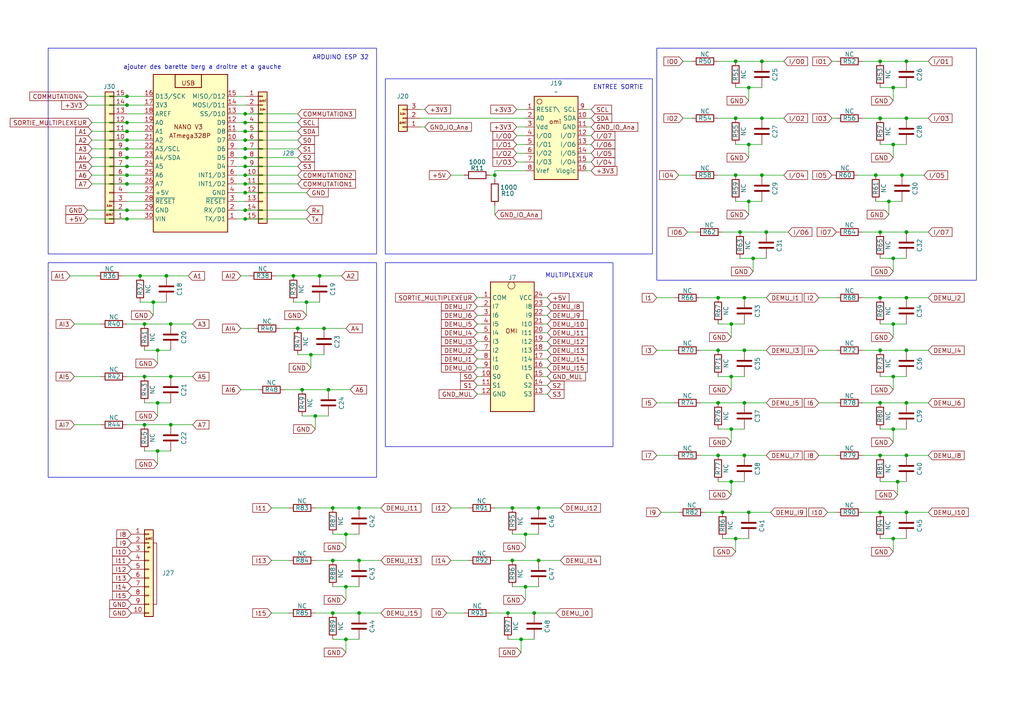
<source format=kicad_sch>
(kicad_sch (version 20231120) (generator "eeschema") (generator_version "8.0")
  (paper "A4")
  (junction (at 100.33 170.18))
  (junction (at 88.9 87.63))
  (junction (at 104.14 177.8))
  (junction (at 45.72 101.6))
  (junction (at 36.83 40.64))
  (junction (at 92.71 80.01))
  (junction (at 36.83 30.48))
  (junction (at 262.89 86.36))
  (junction (at 259.08 93.98))
  (junction (at 208.28 86.36))
  (junction (at 152.4 154.94))
  (junction (at 156.21 162.56))
  (junction (at 71.12 38.1))
  (junction (at 100.33 185.42))
  (junction (at 87.63 113.03))
  (junction (at 215.9 101.6))
  (junction (at 104.14 147.32))
  (junction (at 255.27 101.6))
  (junction (at 262.89 17.78))
  (junction (at 254 50.8))
  (junction (at 262.89 148.59))
  (junction (at 262.89 34.29))
  (junction (at 255.27 86.36))
  (junction (at 36.83 53.34))
  (junction (at 209.55 148.59))
  (junction (at 95.25 113.03))
  (junction (at 255.27 116.84))
  (junction (at 147.32 177.8))
  (junction (at 100.33 154.94))
  (junction (at 49.53 123.19))
  (junction (at 156.21 147.32))
  (junction (at 90.17 102.87))
  (junction (at 148.59 162.56))
  (junction (at 154.94 177.8))
  (junction (at 259.08 41.91))
  (junction (at 71.12 63.5))
  (junction (at 36.83 38.1))
  (junction (at 91.44 120.65))
  (junction (at 36.83 63.5))
  (junction (at 85.09 80.01))
  (junction (at 208.28 101.6))
  (junction (at 71.12 53.34))
  (junction (at 208.28 116.84))
  (junction (at 222.25 67.31))
  (junction (at 49.53 109.22))
  (junction (at 36.83 43.18))
  (junction (at 71.12 43.18))
  (junction (at 71.12 55.88))
  (junction (at 220.98 17.78))
  (junction (at 260.35 139.7))
  (junction (at 262.89 67.31))
  (junction (at 71.12 60.96))
  (junction (at 257.81 58.42))
  (junction (at 262.89 132.08))
  (junction (at 36.83 45.72))
  (junction (at 40.64 80.01))
  (junction (at 220.98 34.29))
  (junction (at 217.17 41.91))
  (junction (at 41.91 109.22))
  (junction (at 96.52 162.56))
  (junction (at 218.44 74.93))
  (junction (at 213.36 156.21))
  (junction (at 36.83 50.8))
  (junction (at 217.17 148.59))
  (junction (at 255.27 148.59))
  (junction (at 44.45 87.63))
  (junction (at 255.27 17.78))
  (junction (at 215.9 86.36))
  (junction (at 212.09 139.7))
  (junction (at 36.83 60.96))
  (junction (at 259.08 124.46))
  (junction (at 262.89 101.6))
  (junction (at 213.36 34.29))
  (junction (at 215.9 132.08))
  (junction (at 71.12 50.8))
  (junction (at 71.12 40.64))
  (junction (at 255.27 67.31))
  (junction (at 45.72 116.84))
  (junction (at 49.53 93.98))
  (junction (at 36.83 27.94))
  (junction (at 255.27 132.08))
  (junction (at 259.08 25.4))
  (junction (at 213.36 50.8))
  (junction (at 96.52 147.32))
  (junction (at 93.98 95.25))
  (junction (at 45.72 130.81))
  (junction (at 71.12 33.02))
  (junction (at 259.08 109.22))
  (junction (at 215.9 116.84))
  (junction (at 71.12 45.72))
  (junction (at 96.52 177.8))
  (junction (at 36.83 35.56))
  (junction (at 217.17 25.4))
  (junction (at 255.27 34.29))
  (junction (at 36.83 48.26))
  (junction (at 48.26 80.01))
  (junction (at 208.28 132.08))
  (junction (at 213.36 17.78))
  (junction (at 212.09 93.98))
  (junction (at 259.08 156.21))
  (junction (at 262.89 116.84))
  (junction (at 143.51 50.8))
  (junction (at 86.36 95.25))
  (junction (at 217.17 58.42))
  (junction (at 212.09 109.22))
  (junction (at 259.08 74.93))
  (junction (at 220.98 50.8))
  (junction (at 261.62 50.8))
  (junction (at 152.4 170.18))
  (junction (at 41.91 123.19))
  (junction (at 104.14 162.56))
  (junction (at 214.63 67.31))
  (junction (at 71.12 48.26))
  (junction (at 71.12 35.56))
  (junction (at 151.13 185.42))
  (junction (at 148.59 147.32))
  (junction (at 41.91 93.98))
  (junction (at 212.09 124.46))
  (wire (pts (xy 96.52 170.18) (xy 100.33 170.18)))
  (wire (pts (xy 158.75 96.52) (xy 157.48 96.52)))
  (wire (pts (xy 208.28 101.6) (xy 215.9 101.6)))
  (wire (pts (xy 215.9 101.6) (xy 222.25 101.6)))
  (wire (pts (xy 49.53 123.19) (xy 55.88 123.19)))
  (wire (pts (xy 88.9 63.5) (xy 71.12 63.5)))
  (wire (pts (xy 138.43 111.76) (xy 139.7 111.76)))
  (wire (pts (xy 44.45 87.63) (xy 44.45 91.44)))
  (wire (pts (xy 104.14 162.56) (xy 110.49 162.56)))
  (wire (pts (xy 21.59 109.22) (xy 29.21 109.22)))
  (wire (pts (xy 255.27 139.7) (xy 260.35 139.7)))
  (wire (pts (xy 255.27 86.36) (xy 262.89 86.36)))
  (wire (pts (xy 237.49 116.84) (xy 242.57 116.84)))
  (wire (pts (xy 26.67 48.26) (xy 36.83 48.26)))
  (wire (pts (xy 262.89 93.98) (xy 259.08 93.98)))
  (wire (pts (xy 49.53 109.22) (xy 55.88 109.22)))
  (wire (pts (xy 41.91 130.81) (xy 45.72 130.81)))
  (wire (pts (xy 69.85 113.03) (xy 74.93 113.03)))
  (wire (pts (xy 158.75 104.14) (xy 157.48 104.14)))
  (wire (pts (xy 41.91 93.98) (xy 49.53 93.98)))
  (wire (pts (xy 215.9 86.36) (xy 222.25 86.36)))
  (wire (pts (xy 40.64 80.01) (xy 48.26 80.01)))
  (wire (pts (xy 261.62 58.42) (xy 257.81 58.42)))
  (wire (pts (xy 130.81 50.8) (xy 134.62 50.8)))
  (wire (pts (xy 158.75 101.6) (xy 157.48 101.6)))
  (wire (pts (xy 255.27 41.91) (xy 259.08 41.91)))
  (wire (pts (xy 198.12 17.78) (xy 200.66 17.78)))
  (wire (pts (xy 254 50.8) (xy 261.62 50.8)))
  (wire (pts (xy 92.71 80.01) (xy 99.06 80.01)))
  (wire (pts (xy 36.83 63.5) (xy 41.91 63.5)))
  (wire (pts (xy 154.94 185.42) (xy 151.13 185.42)))
  (wire (pts (xy 215.9 116.84) (xy 222.25 116.84)))
  (wire (pts (xy 171.45 41.91) (xy 170.18 41.91)))
  (wire (pts (xy 217.17 148.59) (xy 223.52 148.59)))
  (wire (pts (xy 190.5 101.6) (xy 195.58 101.6)))
  (wire (pts (xy 100.33 154.94) (xy 100.33 158.75)))
  (wire (pts (xy 68.58 58.42) (xy 71.12 58.42)))
  (wire (pts (xy 123.19 36.83) (xy 121.92 36.83)))
  (wire (pts (xy 213.36 50.8) (xy 220.98 50.8)))
  (wire (pts (xy 80.01 80.01) (xy 85.09 80.01)))
  (wire (pts (xy 154.94 177.8) (xy 161.29 177.8)))
  (wire (pts (xy 259.08 124.46) (xy 259.08 128.27)))
  (wire (pts (xy 203.2 132.08) (xy 208.28 132.08)))
  (wire (pts (xy 40.64 87.63) (xy 44.45 87.63)))
  (wire (pts (xy 259.08 25.4) (xy 259.08 29.21)))
  (wire (pts (xy 215.9 93.98) (xy 212.09 93.98)))
  (wire (pts (xy 212.09 139.7) (xy 212.09 143.51)))
  (wire (pts (xy 250.19 101.6) (xy 255.27 101.6)))
  (wire (pts (xy 69.85 95.25) (xy 73.66 95.25)))
  (wire (pts (xy 255.27 109.22) (xy 259.08 109.22)))
  (wire (pts (xy 41.91 116.84) (xy 45.72 116.84)))
  (wire (pts (xy 36.83 35.56) (xy 41.91 35.56)))
  (wire (pts (xy 217.17 25.4) (xy 217.17 29.21)))
  (wire (pts (xy 71.12 43.18) (xy 68.58 43.18)))
  (wire (pts (xy 49.53 101.6) (xy 45.72 101.6)))
  (wire (pts (xy 104.14 177.8) (xy 110.49 177.8)))
  (wire (pts (xy 138.43 109.22) (xy 139.7 109.22)))
  (wire (pts (xy 255.27 101.6) (xy 262.89 101.6)))
  (wire (pts (xy 104.14 185.42) (xy 100.33 185.42)))
  (wire (pts (xy 217.17 156.21) (xy 213.36 156.21)))
  (wire (pts (xy 214.63 74.93) (xy 218.44 74.93)))
  (wire (pts (xy 215.9 109.22) (xy 212.09 109.22)))
  (wire (pts (xy 91.44 120.65) (xy 91.44 124.46)))
  (wire (pts (xy 71.12 45.72) (xy 68.58 45.72)))
  (wire (pts (xy 149.86 41.91) (xy 152.4 41.91)))
  (wire (pts (xy 255.27 34.29) (xy 262.89 34.29)))
  (wire (pts (xy 96.52 162.56) (xy 104.14 162.56)))
  (wire (pts (xy 26.67 45.72) (xy 36.83 45.72)))
  (wire (pts (xy 71.12 60.96) (xy 68.58 60.96)))
  (wire (pts (xy 149.86 39.37) (xy 152.4 39.37)))
  (wire (pts (xy 171.45 44.45) (xy 170.18 44.45)))
  (wire (pts (xy 262.89 139.7) (xy 260.35 139.7)))
  (wire (pts (xy 26.67 38.1) (xy 36.83 38.1)))
  (wire (pts (xy 36.83 38.1) (xy 41.91 38.1)))
  (wire (pts (xy 142.24 177.8) (xy 147.32 177.8)))
  (wire (pts (xy 259.08 74.93) (xy 259.08 78.74)))
  (wire (pts (xy 212.09 93.98) (xy 212.09 97.79)))
  (wire (pts (xy 215.9 124.46) (xy 212.09 124.46)))
  (wire (pts (xy 81.28 95.25) (xy 86.36 95.25)))
  (wire (pts (xy 143.51 49.53) (xy 143.51 50.8)))
  (wire (pts (xy 208.28 86.36) (xy 215.9 86.36)))
  (wire (pts (xy 215.9 132.08) (xy 222.25 132.08)))
  (wire (pts (xy 203.2 101.6) (xy 208.28 101.6)))
  (wire (pts (xy 138.43 88.9) (xy 139.7 88.9)))
  (wire (pts (xy 208.28 34.29) (xy 213.36 34.29)))
  (wire (pts (xy 71.12 55.88) (xy 68.58 55.88)))
  (wire (pts (xy 129.54 177.8) (xy 134.62 177.8)))
  (wire (pts (xy 255.27 132.08) (xy 262.89 132.08)))
  (wire (pts (xy 21.59 123.19) (xy 29.21 123.19)))
  (wire (pts (xy 255.27 93.98) (xy 259.08 93.98)))
  (wire (pts (xy 100.33 170.18) (xy 100.33 173.99)))
  (wire (pts (xy 71.12 50.8) (xy 68.58 50.8)))
  (wire (pts (xy 208.28 93.98) (xy 212.09 93.98)))
  (wire (pts (xy 152.4 154.94) (xy 152.4 158.75)))
  (wire (pts (xy 213.36 17.78) (xy 220.98 17.78)))
  (wire (pts (xy 248.92 50.8) (xy 254 50.8)))
  (wire (pts (xy 201.93 67.31) (xy 199.39 67.31)))
  (wire (pts (xy 86.36 38.1) (xy 71.12 38.1)))
  (wire (pts (xy 262.89 34.29) (xy 269.24 34.29)))
  (wire (pts (xy 237.49 86.36) (xy 242.57 86.36)))
  (wire (pts (xy 68.58 30.48) (xy 71.12 30.48)))
  (wire (pts (xy 208.28 124.46) (xy 212.09 124.46)))
  (wire (pts (xy 152.4 49.53) (xy 143.51 49.53)))
  (wire (pts (xy 262.89 132.08) (xy 269.24 132.08)))
  (wire (pts (xy 262.89 86.36) (xy 269.24 86.36)))
  (wire (pts (xy 209.55 67.31) (xy 214.63 67.31)))
  (wire (pts (xy 71.12 38.1) (xy 68.58 38.1)))
  (wire (pts (xy 250.19 116.84) (xy 255.27 116.84)))
  (wire (pts (xy 36.83 27.94) (xy 41.91 27.94)))
  (wire (pts (xy 25.4 60.96) (xy 36.83 60.96)))
  (wire (pts (xy 147.32 185.42) (xy 151.13 185.42)))
  (wire (pts (xy 148.59 162.56) (xy 156.21 162.56)))
  (wire (pts (xy 71.12 63.5) (xy 68.58 63.5)))
  (wire (pts (xy 204.47 148.59) (xy 209.55 148.59)))
  (wire (pts (xy 92.71 87.63) (xy 88.9 87.63)))
  (wire (pts (xy 198.12 34.29) (xy 200.66 34.29)))
  (wire (pts (xy 104.14 154.94) (xy 100.33 154.94)))
  (wire (pts (xy 171.45 31.75) (xy 170.18 31.75)))
  (wire (pts (xy 262.89 41.91) (xy 259.08 41.91)))
  (wire (pts (xy 213.36 41.91) (xy 217.17 41.91)))
  (wire (pts (xy 143.51 59.69) (xy 143.51 62.23)))
  (wire (pts (xy 218.44 74.93) (xy 218.44 78.74)))
  (wire (pts (xy 36.83 48.26) (xy 41.91 48.26)))
  (wire (pts (xy 104.14 147.32) (xy 110.49 147.32)))
  (wire (pts (xy 190.5 86.36) (xy 195.58 86.36)))
  (wire (pts (xy 250.19 148.59) (xy 255.27 148.59)))
  (wire (pts (xy 149.86 36.83) (xy 152.4 36.83)))
  (wire (pts (xy 149.86 31.75) (xy 152.4 31.75)))
  (wire (pts (xy 158.75 114.3) (xy 157.48 114.3)))
  (wire (pts (xy 87.63 120.65) (xy 91.44 120.65)))
  (wire (pts (xy 130.81 147.32) (xy 135.89 147.32)))
  (wire (pts (xy 200.66 50.8) (xy 196.85 50.8)))
  (wire (pts (xy 158.75 91.44) (xy 157.48 91.44)))
  (wire (pts (xy 209.55 148.59) (xy 217.17 148.59)))
  (wire (pts (xy 158.75 109.22) (xy 157.48 109.22)))
  (wire (pts (xy 156.21 154.94) (xy 152.4 154.94)))
  (wire (pts (xy 26.67 53.34) (xy 36.83 53.34)))
  (wire (pts (xy 259.08 93.98) (xy 259.08 97.79)))
  (wire (pts (xy 208.28 132.08) (xy 215.9 132.08)))
  (wire (pts (xy 90.17 102.87) (xy 90.17 106.68)))
  (wire (pts (xy 82.55 113.03) (xy 87.63 113.03)))
  (wire (pts (xy 259.08 41.91) (xy 259.08 45.72)))
  (wire (pts (xy 250.19 34.29) (xy 255.27 34.29)))
  (wire (pts (xy 96.52 147.32) (xy 104.14 147.32)))
  (wire (pts (xy 214.63 67.31) (xy 222.25 67.31)))
  (wire (pts (xy 257.81 58.42) (xy 257.81 62.23)))
  (wire (pts (xy 88.9 87.63) (xy 88.9 91.44)))
  (wire (pts (xy 36.83 109.22) (xy 41.91 109.22)))
  (wire (pts (xy 262.89 67.31) (xy 269.24 67.31)))
  (wire (pts (xy 215.9 139.7) (xy 212.09 139.7)))
  (wire (pts (xy 208.28 116.84) (xy 215.9 116.84)))
  (wire (pts (xy 262.89 74.93) (xy 259.08 74.93)))
  (wire (pts (xy 151.13 185.42) (xy 151.13 189.23)))
  (wire (pts (xy 208.28 50.8) (xy 213.36 50.8)))
  (wire (pts (xy 71.12 48.26) (xy 68.58 48.26)))
  (wire (pts (xy 123.19 31.75) (xy 121.92 31.75)))
  (wire (pts (xy 255.27 17.78) (xy 262.89 17.78)))
  (wire (pts (xy 93.98 95.25) (xy 100.33 95.25)))
  (wire (pts (xy 45.72 130.81) (xy 45.72 134.62)))
  (wire (pts (xy 255.27 67.31) (xy 262.89 67.31)))
  (wire (pts (xy 262.89 156.21) (xy 259.08 156.21)))
  (wire (pts (xy 91.44 177.8) (xy 96.52 177.8)))
  (wire (pts (xy 208.28 17.78) (xy 213.36 17.78)))
  (wire (pts (xy 36.83 93.98) (xy 41.91 93.98)))
  (wire (pts (xy 255.27 74.93) (xy 259.08 74.93)))
  (wire (pts (xy 191.77 148.59) (xy 196.85 148.59)))
  (wire (pts (xy 96.52 154.94) (xy 100.33 154.94)))
  (wire (pts (xy 241.3 17.78) (xy 242.57 17.78)))
  (wire (pts (xy 262.89 116.84) (xy 269.24 116.84)))
  (wire (pts (xy 203.2 86.36) (xy 208.28 86.36)))
  (wire (pts (xy 213.36 156.21) (xy 213.36 160.02)))
  (wire (pts (xy 213.36 25.4) (xy 217.17 25.4)))
  (wire (pts (xy 143.51 50.8) (xy 143.51 52.07)))
  (wire (pts (xy 254 58.42) (xy 257.81 58.42)))
  (wire (pts (xy 87.63 113.03) (xy 95.25 113.03)))
  (wire (pts (xy 148.59 154.94) (xy 152.4 154.94)))
  (wire (pts (xy 217.17 58.42) (xy 217.17 62.23)))
  (wire (pts (xy 71.12 40.64) (xy 68.58 40.64)))
  (wire (pts (xy 171.45 46.99) (xy 170.18 46.99)))
  (wire (pts (xy 262.89 148.59) (xy 269.24 148.59)))
  (wire (pts (xy 85.09 80.01) (xy 92.71 80.01)))
  (wire (pts (xy 262.89 101.6) (xy 269.24 101.6)))
  (wire (pts (xy 49.53 93.98) (xy 55.88 93.98)))
  (wire (pts (xy 36.83 33.02) (xy 41.91 33.02)))
  (wire (pts (xy 36.83 58.42) (xy 41.91 58.42)))
  (wire (pts (xy 41.91 101.6) (xy 45.72 101.6)))
  (wire (pts (xy 208.28 139.7) (xy 212.09 139.7)))
  (wire (pts (xy 48.26 80.01) (xy 54.61 80.01)))
  (wire (pts (xy 203.2 116.84) (xy 208.28 116.84)))
  (wire (pts (xy 220.98 34.29) (xy 227.33 34.29)))
  (wire (pts (xy 158.75 86.36) (xy 157.48 86.36)))
  (wire (pts (xy 95.25 120.65) (xy 91.44 120.65)))
  (wire (pts (xy 86.36 45.72) (xy 71.12 45.72)))
  (wire (pts (xy 36.83 50.8) (xy 41.91 50.8)))
  (wire (pts (xy 149.86 44.45) (xy 152.4 44.45)))
  (wire (pts (xy 143.51 50.8) (xy 142.24 50.8)))
  (wire (pts (xy 158.75 88.9) (xy 157.48 88.9)))
  (wire (pts (xy 250.19 67.31) (xy 255.27 67.31)))
  (wire (pts (xy 171.45 49.53) (xy 170.18 49.53)))
  (wire (pts (xy 158.75 93.98) (xy 157.48 93.98)))
  (wire (pts (xy 158.75 111.76) (xy 157.48 111.76)))
  (wire (pts (xy 220.98 41.91) (xy 217.17 41.91)))
  (wire (pts (xy 138.43 104.14) (xy 139.7 104.14)))
  (wire (pts (xy 220.98 25.4) (xy 217.17 25.4)))
  (wire (pts (xy 262.89 124.46) (xy 259.08 124.46)))
  (wire (pts (xy 147.32 177.8) (xy 154.94 177.8)))
  (wire (pts (xy 138.43 96.52) (xy 139.7 96.52)))
  (wire (pts (xy 26.67 40.64) (xy 36.83 40.64)))
  (wire (pts (xy 190.5 116.84) (xy 195.58 116.84)))
  (wire (pts (xy 220.98 58.42) (xy 217.17 58.42)))
  (wire (pts (xy 36.83 60.96) (xy 41.91 60.96)))
  (wire (pts (xy 36.83 45.72) (xy 41.91 45.72)))
  (wire (pts (xy 255.27 124.46) (xy 259.08 124.46)))
  (wire (pts (xy 171.45 36.83) (xy 170.18 36.83)))
  (wire (pts (xy 71.12 35.56) (xy 68.58 35.56)))
  (wire (pts (xy 26.67 35.56) (xy 36.83 35.56)))
  (wire (pts (xy 86.36 40.64) (xy 71.12 40.64)))
  (wire (pts (xy 148.59 170.18) (xy 152.4 170.18)))
  (wire (pts (xy 143.51 162.56) (xy 148.59 162.56)))
  (wire (pts (xy 78.74 147.32) (xy 83.82 147.32)))
  (wire (pts (xy 93.98 102.87) (xy 90.17 102.87)))
  (wire (pts (xy 86.36 33.02) (xy 71.12 33.02)))
  (wire (pts (xy 255.27 25.4) (xy 259.08 25.4)))
  (wire (pts (xy 71.12 33.02) (xy 68.58 33.02)))
  (wire (pts (xy 49.53 130.81) (xy 45.72 130.81)))
  (wire (pts (xy 86.36 43.18) (xy 71.12 43.18)))
  (wire (pts (xy 36.83 30.48) (xy 41.91 30.48)))
  (wire (pts (xy 156.21 147.32) (xy 162.56 147.32)))
  (wire (pts (xy 213.36 34.29) (xy 220.98 34.29)))
  (wire (pts (xy 217.17 41.91) (xy 217.17 45.72)))
  (wire (pts (xy 138.43 99.06) (xy 139.7 99.06)))
  (wire (pts (xy 26.67 50.8) (xy 36.83 50.8)))
  (wire (pts (xy 68.58 27.94) (xy 71.12 27.94)))
  (wire (pts (xy 148.59 147.32) (xy 156.21 147.32)))
  (wire (pts (xy 190.5 132.08) (xy 195.58 132.08)))
  (wire (pts (xy 25.4 30.48) (xy 36.83 30.48)))
  (wire (pts (xy 138.43 91.44) (xy 139.7 91.44)))
  (wire (pts (xy 208.28 109.22) (xy 212.09 109.22)))
  (wire (pts (xy 138.43 86.36) (xy 139.7 86.36)))
  (wire (pts (xy 86.36 53.34) (xy 71.12 53.34)))
  (wire (pts (xy 143.51 147.32) (xy 148.59 147.32)))
  (wire (pts (xy 262.89 109.22) (xy 259.08 109.22)))
  (wire (pts (xy 78.74 177.8) (xy 83.82 177.8)))
  (wire (pts (xy 156.21 170.18) (xy 152.4 170.18)))
  (wire (pts (xy 250.19 17.78) (xy 255.27 17.78)))
  (wire (pts (xy 41.91 109.22) (xy 49.53 109.22)))
  (wire (pts (xy 158.75 106.68) (xy 157.48 106.68)))
  (wire (pts (xy 220.98 50.8) (xy 227.33 50.8)))
  (wire (pts (xy 25.4 27.94) (xy 36.83 27.94)))
  (wire (pts (xy 138.43 106.68) (xy 139.7 106.68)))
  (wire (pts (xy 45.72 116.84) (xy 45.72 120.65)))
  (wire (pts (xy 259.08 156.21) (xy 259.08 160.02)))
  (wire (pts (xy 250.19 86.36) (xy 255.27 86.36)))
  (wire (pts (xy 71.12 53.34) (xy 68.58 53.34)))
  (wire (pts (xy 104.14 170.18) (xy 100.33 170.18)))
  (wire (pts (xy 36.83 53.34) (xy 41.91 53.34)))
  (wire (pts (xy 86.36 48.26) (xy 71.12 48.26)))
  (wire (pts (xy 152.4 170.18) (xy 152.4 173.99)))
  (wire (pts (xy 138.43 114.3) (xy 139.7 114.3)))
  (wire (pts (xy 130.81 162.56) (xy 135.89 162.56)))
  (wire (pts (xy 237.49 101.6) (xy 242.57 101.6)))
  (wire (pts (xy 220.98 17.78) (xy 227.33 17.78)))
  (wire (pts (xy 96.52 177.8) (xy 104.14 177.8)))
  (wire (pts (xy 91.44 147.32) (xy 96.52 147.32)))
  (wire (pts (xy 25.4 63.5) (xy 36.83 63.5)))
  (wire (pts (xy 88.9 60.96) (xy 71.12 60.96)))
  (wire (pts (xy 96.52 185.42) (xy 100.33 185.42)))
  (wire (pts (xy 95.25 113.03) (xy 101.6 113.03)))
  (wire (pts (xy 88.9 55.88) (xy 71.12 55.88)))
  (wire (pts (xy 85.09 87.63) (xy 88.9 87.63)))
  (wire (pts (xy 261.62 50.8) (xy 267.97 50.8)))
  (wire (pts (xy 212.09 109.22) (xy 212.09 113.03)))
  (wire (pts (xy 255.27 148.59) (xy 262.89 148.59)))
  (wire (pts (xy 36.83 123.19) (xy 41.91 123.19)))
  (wire (pts (xy 138.43 93.98) (xy 139.7 93.98)))
  (wire (pts (xy 156.21 162.56) (xy 162.56 162.56)))
  (wire (pts (xy 86.36 35.56) (xy 71.12 35.56)))
  (wire (pts (xy 86.36 102.87) (xy 90.17 102.87)))
  (wire (pts (xy 26.67 43.18) (xy 36.83 43.18)))
  (wire (pts (xy 86.36 50.8) (xy 71.12 50.8)))
  (wire (pts (xy 100.33 185.42) (xy 100.33 189.23)))
  (wire (pts (xy 20.32 80.01) (xy 27.94 80.01)))
  (wire (pts (xy 255.27 116.84) (xy 262.89 116.84)))
  (wire (pts (xy 240.03 148.59) (xy 242.57 148.59)))
  (wire (pts (xy 250.19 132.08) (xy 255.27 132.08)))
  (wire (pts (xy 259.08 109.22) (xy 259.08 113.03)))
  (wire (pts (xy 138.43 101.6) (xy 139.7 101.6)))
  (wire (pts (xy 91.44 162.56) (xy 96.52 162.56)))
  (wire (pts (xy 171.45 39.37) (xy 170.18 39.37)))
  (wire (pts (xy 149.86 46.99) (xy 152.4 46.99)))
  (wire (pts (xy 121.92 34.29) (xy 152.4 34.29)))
  (wire (pts (xy 36.83 55.88) (xy 41.91 55.88)))
  (wire (pts (xy 255.27 156.21) (xy 259.08 156.21)))
  (wire (pts (xy 262.89 17.78) (xy 269.24 17.78)))
  (wire (pts (xy 237.49 132.08) (xy 242.57 132.08)))
  (wire (pts (xy 209.55 156.21) (xy 213.36 156.21)))
  (wire (pts (xy 213.36 58.42) (xy 217.17 58.42)))
  (wire (pts (xy 49.53 116.84) (xy 45.72 116.84)))
  (wire (pts (xy 241.3 34.29) (xy 242.57 34.29)))
  (wire (pts (xy 69.85 80.01) (xy 72.39 80.01)))
  (wire (pts (xy 41.91 123.19) (xy 49.53 123.19)))
  (wire (pts (xy 222.25 74.93) (xy 218.44 74.93)))
  (wire (pts (xy 36.83 40.64) (xy 41.91 40.64)))
  (wire (pts (xy 35.56 80.01) (xy 40.64 80.01)))
  (wire (pts (xy 212.09 124.46) (xy 212.09 128.27)))
  (wire (pts (xy 260.35 139.7) (xy 260.35 143.51)))
  (wire (pts (xy 262.89 25.4) (xy 259.08 25.4)))
  (wire (pts (xy 78.74 162.56) (xy 83.82 162.56)))
  (wire (pts (xy 222.25 67.31) (xy 228.6 67.31)))
  (wire (pts (xy 36.83 43.18) (xy 41.91 43.18)))
  (wire (pts (xy 158.75 99.06) (xy 157.48 99.06)))
  (wire (pts (xy 48.26 87.63) (xy 44.45 87.63)))
  (wire (pts (xy 86.36 95.25) (xy 93.98 95.25)))
  (wire (pts (xy 21.59 93.98) (xy 29.21 93.98)))
  (wire (pts (xy 171.45 34.29) (xy 170.18 34.29)))
  (wire (pts (xy 45.72 101.6) (xy 45.72 105.41)))
  (rectangle (start 190.5 13.97) (end 283.21 81.28))
  (rectangle (start 13.97 13.97) (end 109.22 73.66))
  (rectangle (start 13.97 76.2) (end 109.22 138.43))
  (rectangle (start 111.76 22.86) (end 189.23 73.66))
  (rectangle (start 111.76 76.2) (end 177.8 129.54))
  (text "ARDUINO ESP 32\n" (at 98.806 16.764 0) (effects (font (size 1.27 1.27))))
  (text "ajouter des barette berg a droitre et a gauche " (at 59.182 19.558 0) (effects (font (size 1.27 1.27))))
  (text "ENTREE SORTIE\n" (at 179.324 25.4 0) (effects (font (size 1.27 1.27))))
  (text "MULTIPLEXEUR\n" (at 165.1 80.01 0) (effects (font (size 1.27 1.27))))
  (global_label "GND" (shape input) (at 259.08 128.27 180) (property "Intersheetrefs" "${INTERSHEET_REFS}" (effects (hide yes))))
  (global_label "I11" (shape input) (at 38.1 162.56 180) (property "Intersheetrefs" "${INTERSHEET_REFS}" (effects (hide yes))))
  (global_label "IO5" (shape input) (at 241.3 50.8 180) (property "Intersheetrefs" "${INTERSHEET_REFS}" (effects (hide yes))))
  (global_label "+3V3" (shape input) (at 149.86 31.75 180) (property "Intersheetrefs" "${INTERSHEET_REFS}" (effects (hide yes))))
  (global_label "I14" (shape input) (at 38.1 170.18 180) (property "Intersheetrefs" "${INTERSHEET_REFS}" (effects (hide yes))))
  (global_label "I{slash}O6" (shape input) (at 171.45 41.91 0) (property "Intersheetrefs" "${INTERSHEET_REFS}" (effects (hide yes))))
  (global_label "DEMU_I3" (shape input) (at 138.43 99.06 180) (property "Intersheetrefs" "${INTERSHEET_REFS}" (effects (hide yes))))
  (global_label "AI5" (shape input) (at 21.59 109.22 180) (property "Intersheetrefs" "${INTERSHEET_REFS}" (effects (hide yes))))
  (global_label "IO0" (shape input) (at 198.12 17.78 180) (property "Intersheetrefs" "${INTERSHEET_REFS}" (effects (hide yes))))
  (global_label "S2" (shape input) (at 86.36 45.72 0) (property "Intersheetrefs" "${INTERSHEET_REFS}" (effects (hide yes))))
  (global_label "DEMU_I6" (shape input) (at 269.24 116.84 0) (property "Intersheetrefs" "${INTERSHEET_REFS}" (effects (hide yes))))
  (global_label "I13" (shape input) (at 38.1 167.64 180) (property "Intersheetrefs" "${INTERSHEET_REFS}" (effects (hide yes))))
  (global_label "GND" (shape input) (at 212.09 97.79 180) (property "Intersheetrefs" "${INTERSHEET_REFS}" (effects (hide yes))))
  (global_label "GND" (shape input) (at 152.4 173.99 180) (property "Intersheetrefs" "${INTERSHEET_REFS}" (effects (hide yes))))
  (global_label "DEMU_I0" (shape input) (at 138.43 106.68 180) (property "Intersheetrefs" "${INTERSHEET_REFS}" (effects (hide yes))))
  (global_label "COMMUTATION1" (shape input) (at 86.36 53.34 0) (property "Intersheetrefs" "${INTERSHEET_REFS}" (effects (hide yes))))
  (global_label "+5V" (shape input) (at 130.81 50.8 180) (property "Intersheetrefs" "${INTERSHEET_REFS}" (effects (hide yes))))
  (global_label "IO1" (shape input) (at 241.3 17.78 180) (property "Intersheetrefs" "${INTERSHEET_REFS}" (effects (hide yes))))
  (global_label "S2" (shape input) (at 158.75 111.76 0) (property "Intersheetrefs" "${INTERSHEET_REFS}" (effects (hide yes))))
  (global_label "GND" (shape input) (at 212.09 143.51 180) (property "Intersheetrefs" "${INTERSHEET_REFS}" (effects (hide yes))))
  (global_label "SCL" (shape input) (at 86.36 35.56 0) (property "Intersheetrefs" "${INTERSHEET_REFS}" (effects (hide yes))))
  (global_label "GND" (shape input) (at 259.08 78.74 180) (property "Intersheetrefs" "${INTERSHEET_REFS}" (effects (hide yes))))
  (global_label "GND" (shape input) (at 88.9 55.88 0) (property "Intersheetrefs" "${INTERSHEET_REFS}" (effects (hide yes))))
  (global_label "S1" (shape input) (at 138.43 111.76 180) (property "Intersheetrefs" "${INTERSHEET_REFS}" (effects (hide yes))))
  (global_label "A1" (shape input) (at 54.61 80.01 0) (property "Intersheetrefs" "${INTERSHEET_REFS}" (effects (hide yes))))
  (global_label "GND" (shape input) (at 212.09 113.03 180) (property "Intersheetrefs" "${INTERSHEET_REFS}" (effects (hide yes))))
  (global_label "A2" (shape input) (at 26.67 40.64 180) (property "Intersheetrefs" "${INTERSHEET_REFS}" (effects (hide yes))))
  (global_label "GND" (shape input) (at 88.9 91.44 180) (property "Intersheetrefs" "${INTERSHEET_REFS}" (effects (hide yes))))
  (global_label "DEMU_I12" (shape input) (at 162.56 147.32 0) (property "Intersheetrefs" "${INTERSHEET_REFS}" (effects (hide yes))))
  (global_label "I{slash}O3" (shape input) (at 269.24 34.29 0) (property "Intersheetrefs" "${INTERSHEET_REFS}" (effects (hide yes))))
  (global_label "I{slash}O7" (shape input) (at 171.45 39.37 0) (property "Intersheetrefs" "${INTERSHEET_REFS}" (effects (hide yes))))
  (global_label "I9" (shape input) (at 191.77 148.59 180) (property "Intersheetrefs" "${INTERSHEET_REFS}" (effects (hide yes))))
  (global_label "GND_MUL" (shape input) (at 138.43 114.3 180) (property "Intersheetrefs" "${INTERSHEET_REFS}" (effects (hide yes))))
  (global_label "AI2" (shape input) (at 69.85 80.01 180) (property "Intersheetrefs" "${INTERSHEET_REFS}" (effects (hide yes))))
  (global_label "GND_IO_Ana" (shape input) (at 143.51 62.23 0) (property "Intersheetrefs" "${INTERSHEET_REFS}" (effects (hide yes))))
  (global_label "A3" (shape input) (at 55.88 93.98 0) (property "Intersheetrefs" "${INTERSHEET_REFS}" (effects (hide yes))))
  (global_label "I15" (shape input) (at 78.74 177.8 180) (property "Intersheetrefs" "${INTERSHEET_REFS}" (effects (hide yes))))
  (global_label "DEMU_I7" (shape input) (at 222.25 132.08 0) (property "Intersheetrefs" "${INTERSHEET_REFS}" (effects (hide yes))))
  (global_label "I10" (shape input) (at 240.03 148.59 180) (property "Intersheetrefs" "${INTERSHEET_REFS}" (effects (hide yes))))
  (global_label "+3V3" (shape input) (at 123.19 31.75 0) (property "Intersheetrefs" "${INTERSHEET_REFS}" (effects (hide yes))))
  (global_label "GND" (shape input) (at 212.09 128.27 180) (property "Intersheetrefs" "${INTERSHEET_REFS}" (effects (hide yes))))
  (global_label "GND" (shape input) (at 260.35 143.51 180) (property "Intersheetrefs" "${INTERSHEET_REFS}" (effects (hide yes))))
  (global_label "I8" (shape input) (at 38.1 154.94 180) (property "Intersheetrefs" "${INTERSHEET_REFS}" (effects (hide yes))))
  (global_label "GND" (shape input) (at 259.08 97.79 180) (property "Intersheetrefs" "${INTERSHEET_REFS}" (effects (hide yes))))
  (global_label "GND_IO_Ana" (shape input) (at 123.19 36.83 0) (property "Intersheetrefs" "${INTERSHEET_REFS}" (effects (hide yes))))
  (global_label "DEMU_I11" (shape input) (at 110.49 147.32 0) (property "Intersheetrefs" "${INTERSHEET_REFS}" (effects (hide yes))))
  (global_label "I3" (shape input) (at 190.5 101.6 180) (property "Intersheetrefs" "${INTERSHEET_REFS}" (effects (hide yes))))
  (global_label "GND" (shape input) (at 151.13 189.23 180) (property "Intersheetrefs" "${INTERSHEET_REFS}" (effects (hide yes))))
  (global_label "DEMU_I4" (shape input) (at 269.24 101.6 0) (property "Intersheetrefs" "${INTERSHEET_REFS}" (effects (hide yes))))
  (global_label "I{slash}O2" (shape input) (at 227.33 34.29 0) (property "Intersheetrefs" "${INTERSHEET_REFS}" (effects (hide yes))))
  (global_label "GND" (shape input) (at 213.36 160.02 180) (property "Intersheetrefs" "${INTERSHEET_REFS}" (effects (hide yes))))
  (global_label "SCL" (shape input) (at 171.45 31.75 0) (property "Intersheetrefs" "${INTERSHEET_REFS}" (effects (hide yes))))
  (global_label "S0" (shape input) (at 138.43 109.22 180) (property "Intersheetrefs" "${INTERSHEET_REFS}" (effects (hide yes))))
  (global_label "DEMU_I8" (shape input) (at 158.75 88.9 0) (property "Intersheetrefs" "${INTERSHEET_REFS}" (effects (hide yes))))
  (global_label "S1" (shape input) (at 86.36 43.18 0) (property "Intersheetrefs" "${INTERSHEET_REFS}" (effects (hide yes))))
  (global_label "DEMU_I8" (shape input) (at 269.24 132.08 0) (property "Intersheetrefs" "${INTERSHEET_REFS}" (effects (hide yes))))
  (global_label "GND" (shape input) (at 91.44 124.46 180) (property "Intersheetrefs" "${INTERSHEET_REFS}" (effects (hide yes))))
  (global_label "DEMU_I10" (shape input) (at 158.75 93.98 0) (property "Intersheetrefs" "${INTERSHEET_REFS}" (effects (hide yes))))
  (global_label "A7" (shape input) (at 26.67 53.34 180) (property "Intersheetrefs" "${INTERSHEET_REFS}" (effects (hide yes))))
  (global_label "DEMU_I0" (shape input) (at 161.29 177.8 0) (property "Intersheetrefs" "${INTERSHEET_REFS}" (effects (hide yes))))
  (global_label "GND" (shape input) (at 100.33 158.75 180) (property "Intersheetrefs" "${INTERSHEET_REFS}" (effects (hide yes))))
  (global_label "COMMUTATION4" (shape input) (at 25.4 27.94 180) (property "Intersheetrefs" "${INTERSHEET_REFS}" (effects (hide yes))))
  (global_label "GND" (shape input) (at 45.72 120.65 180) (property "Intersheetrefs" "${INTERSHEET_REFS}" (effects (hide yes))))
  (global_label "GND" (shape input) (at 25.4 60.96 180) (property "Intersheetrefs" "${INTERSHEET_REFS}" (effects (hide yes))))
  (global_label "I{slash}O2" (shape input) (at 149.86 44.45 180) (property "Intersheetrefs" "${INTERSHEET_REFS}" (effects (hide yes))))
  (global_label "I12" (shape input) (at 130.81 147.32 180) (property "Intersheetrefs" "${INTERSHEET_REFS}" (effects (hide yes))))
  (global_label "DEMU_I10" (shape input) (at 269.24 148.59 0) (property "Intersheetrefs" "${INTERSHEET_REFS}" (effects (hide yes))))
  (global_label "GND" (shape input) (at 217.17 29.21 180) (property "Intersheetrefs" "${INTERSHEET_REFS}" (effects (hide yes))))
  (global_label "GND_IO_Ana" (shape input) (at 171.45 36.83 0) (property "Intersheetrefs" "${INTERSHEET_REFS}" (effects (hide yes))))
  (global_label "Rx" (shape input) (at 88.9 60.96 0) (property "Intersheetrefs" "${INTERSHEET_REFS}" (effects (hide yes))))
  (global_label "IO4" (shape input) (at 196.85 50.8 180) (property "Intersheetrefs" "${INTERSHEET_REFS}" (effects (hide yes))))
  (global_label "GND" (shape input) (at 100.33 189.23 180) (property "Intersheetrefs" "${INTERSHEET_REFS}" (effects (hide yes))))
  (global_label "SORTIE_MULTIPLEXEUR" (shape input) (at 26.67 35.56 180) (property "Intersheetrefs" "${INTERSHEET_REFS}" (effects (hide yes))))
  (global_label "IO2" (shape input) (at 198.12 34.29 180) (property "Intersheetrefs" "${INTERSHEET_REFS}" (effects (hide yes))))
  (global_label "S3" (shape input) (at 86.36 48.26 0) (property "Intersheetrefs" "${INTERSHEET_REFS}" (effects (hide yes))))
  (global_label "GND" (shape input) (at 257.81 62.23 180) (property "Intersheetrefs" "${INTERSHEET_REFS}" (effects (hide yes))))
  (global_label "COMMUTATION3" (shape input) (at 86.36 33.02 0) (property "Intersheetrefs" "${INTERSHEET_REFS}" (effects (hide yes))))
  (global_label "SDA" (shape input) (at 86.36 38.1 0) (property "Intersheetrefs" "${INTERSHEET_REFS}" (effects (hide yes))))
  (global_label "DEMU_I4" (shape input) (at 138.43 96.52 180) (property "Intersheetrefs" "${INTERSHEET_REFS}" (effects (hide yes))))
  (global_label "A7" (shape input) (at 55.88 123.19 0) (property "Intersheetrefs" "${INTERSHEET_REFS}" (effects (hide yes))))
  (global_label "+3V3" (shape input) (at 149.86 36.83 180) (property "Intersheetrefs" "${INTERSHEET_REFS}" (effects (hide yes))))
  (global_label "AI7" (shape input) (at 21.59 123.19 180) (property "Intersheetrefs" "${INTERSHEET_REFS}" (effects (hide yes))))
  (global_label "I11" (shape input) (at 78.74 147.32 180) (property "Intersheetrefs" "${INTERSHEET_REFS}" (effects (hide yes))))
  (global_label "IO6" (shape input) (at 199.39 67.31 180) (property "Intersheetrefs" "${INTERSHEET_REFS}" (effects (hide yes))))
  (global_label "DEMU_I12" (shape input) (at 158.75 99.06 0) (property "Intersheetrefs" "${INTERSHEET_REFS}" (effects (hide yes))))
  (global_label "GND" (shape input) (at 45.72 134.62 180) (property "Intersheetrefs" "${INTERSHEET_REFS}" (effects (hide yes))))
  (global_label "I{slash}O1" (shape input) (at 149.86 41.91 180) (property "Intersheetrefs" "${INTERSHEET_REFS}" (effects (hide yes))))
  (global_label "I6" (shape input) (at 237.49 116.84 180) (property "Intersheetrefs" "${INTERSHEET_REFS}" (effects (hide yes))))
  (global_label "DEMU_I2" (shape input) (at 269.24 86.36 0) (property "Intersheetrefs" "${INTERSHEET_REFS}" (effects (hide yes))))
  (global_label "SDA" (shape input) (at 171.45 34.29 0) (property "Intersheetrefs" "${INTERSHEET_REFS}" (effects (hide yes))))
  (global_label "AI1" (shape input) (at 20.32 80.01 180) (property "Intersheetrefs" "${INTERSHEET_REFS}" (effects (hide yes))))
  (global_label "DEMU_I3" (shape input) (at 222.25 101.6 0) (property "Intersheetrefs" "${INTERSHEET_REFS}" (effects (hide yes))))
  (global_label "GND" (shape input) (at 217.17 45.72 180) (property "Intersheetrefs" "${INTERSHEET_REFS}" (effects (hide yes))))
  (global_label "I1" (shape input) (at 190.5 86.36 180) (property "Intersheetrefs" "${INTERSHEET_REFS}" (effects (hide yes))))
  (global_label "GND" (shape input) (at 45.72 105.41 180) (property "Intersheetrefs" "${INTERSHEET_REFS}" (effects (hide yes))))
  (global_label "GND" (shape input) (at 100.33 173.99 180) (property "Intersheetrefs" "${INTERSHEET_REFS}" (effects (hide yes))))
  (global_label "DEMU_I5" (shape input) (at 138.43 93.98 180) (property "Intersheetrefs" "${INTERSHEET_REFS}" (effects (hide yes))))
  (global_label "GND" (shape input) (at 259.08 160.02 180) (property "Intersheetrefs" "${INTERSHEET_REFS}" (effects (hide yes))))
  (global_label "I10" (shape input) (at 38.1 160.02 180) (property "Intersheetrefs" "${INTERSHEET_REFS}" (effects (hide yes))))
  (global_label "DEMU_I9" (shape input) (at 223.52 148.59 0) (property "Intersheetrefs" "${INTERSHEET_REFS}" (effects (hide yes))))
  (global_label "I7" (shape input) (at 190.5 132.08 180) (property "Intersheetrefs" "${INTERSHEET_REFS}" (effects (hide yes))))
  (global_label "I2" (shape input) (at 237.49 86.36 180) (property "Intersheetrefs" "${INTERSHEET_REFS}" (effects (hide yes))))
  (global_label "A4" (shape input) (at 100.33 95.25 0) (property "Intersheetrefs" "${INTERSHEET_REFS}" (effects (hide yes))))
  (global_label "IO3" (shape input) (at 241.3 34.29 180) (property "Intersheetrefs" "${INTERSHEET_REFS}" (effects (hide yes))))
  (global_label "S0" (shape input) (at 86.36 40.64 0) (property "Intersheetrefs" "${INTERSHEET_REFS}" (effects (hide yes))))
  (global_label "A6" (shape input) (at 26.67 50.8 180) (property "Intersheetrefs" "${INTERSHEET_REFS}" (effects (hide yes))))
  (global_label "DEMU_I9" (shape input) (at 158.75 91.44 0) (property "Intersheetrefs" "${INTERSHEET_REFS}" (effects (hide yes))))
  (global_label "I{slash}O5" (shape input) (at 171.45 44.45 0) (property "Intersheetrefs" "${INTERSHEET_REFS}" (effects (hide yes))))
  (global_label "GND_MUL" (shape input) (at 158.75 109.22 0) (property "Intersheetrefs" "${INTERSHEET_REFS}" (effects (hide yes))))
  (global_label "Tx" (shape input) (at 88.9 63.5 0) (property "Intersheetrefs" "${INTERSHEET_REFS}" (effects (hide yes))))
  (global_label "I8" (shape input) (at 237.49 132.08 180) (property "Intersheetrefs" "${INTERSHEET_REFS}" (effects (hide yes))))
  (global_label "A6" (shape input) (at 101.6 113.03 0) (property "Intersheetrefs" "${INTERSHEET_REFS}" (effects (hide yes))))
  (global_label "I{slash}O6" (shape input) (at 228.6 67.31 0) (property "Intersheetrefs" "${INTERSHEET_REFS}" (effects (hide yes))))
  (global_label "DEMU_I14" (shape input) (at 158.75 104.14 0) (property "Intersheetrefs" "${INTERSHEET_REFS}" (effects (hide yes))))
  (global_label "GND" (shape input) (at 38.1 177.8 180) (property "Intersheetrefs" "${INTERSHEET_REFS}" (effects (hide yes))))
  (global_label "GND" (shape input) (at 44.45 91.44 180) (property "Intersheetrefs" "${INTERSHEET_REFS}" (effects (hide yes))))
  (global_label "I{slash}O7" (shape input) (at 269.24 67.31 0) (property "Intersheetrefs" "${INTERSHEET_REFS}" (effects (hide yes))))
  (global_label "SORTIE_MULTIPLEXEUR" (shape input) (at 138.43 86.36 180) (property "Intersheetrefs" "${INTERSHEET_REFS}" (effects (hide yes))))
  (global_label "GND" (shape input) (at 38.1 175.26 180) (property "Intersheetrefs" "${INTERSHEET_REFS}" (effects (hide yes))))
  (global_label "DEMU_I13" (shape input) (at 110.49 162.56 0) (property "Intersheetrefs" "${INTERSHEET_REFS}" (effects (hide yes))))
  (global_label "DEMU_I2" (shape input) (at 138.43 101.6 180) (property "Intersheetrefs" "${INTERSHEET_REFS}" (effects (hide yes))))
  (global_label "COMMUTATION2" (shape input) (at 86.36 50.8 0) (property "Intersheetrefs" "${INTERSHEET_REFS}" (effects (hide yes))))
  (global_label "IO7" (shape input) (at 242.57 67.31 180) (property "Intersheetrefs" "${INTERSHEET_REFS}" (effects (hide yes))))
  (global_label "I{slash}O0" (shape input) (at 227.33 17.78 0) (property "Intersheetrefs" "${INTERSHEET_REFS}" (effects (hide yes))))
  (global_label "DEMU_I13" (shape input) (at 158.75 101.6 0) (property "Intersheetrefs" "${INTERSHEET_REFS}" (effects (hide yes))))
  (global_label "A2" (shape input) (at 99.06 80.01 0) (property "Intersheetrefs" "${INTERSHEET_REFS}" (effects (hide yes))))
  (global_label "DEMU_I15" (shape input) (at 110.49 177.8 0) (property "Intersheetrefs" "${INTERSHEET_REFS}" (effects (hide yes))))
  (global_label "+3V3" (shape input) (at 171.45 49.53 0) (property "Intersheetrefs" "${INTERSHEET_REFS}" (effects (hide yes))))
  (global_label "GND" (shape input) (at 218.44 78.74 180) (property "Intersheetrefs" "${INTERSHEET_REFS}" (effects (hide yes))))
  (global_label "I{slash}O4" (shape input) (at 227.33 50.8 0) (property "Intersheetrefs" "${INTERSHEET_REFS}" (effects (hide yes))))
  (global_label "I4" (shape input) (at 237.49 101.6 180) (property "Intersheetrefs" "${INTERSHEET_REFS}" (effects (hide yes))))
  (global_label "I13" (shape input) (at 78.74 162.56 180) (property "Intersheetrefs" "${INTERSHEET_REFS}" (effects (hide yes))))
  (global_label "DEMU_I6" (shape input) (at 138.43 91.44 180) (property "Intersheetrefs" "${INTERSHEET_REFS}" (effects (hide yes))))
  (global_label "I12" (shape input) (at 38.1 165.1 180) (property "Intersheetrefs" "${INTERSHEET_REFS}" (effects (hide yes))))
  (global_label "DEMU_I1" (shape input) (at 138.43 104.14 180) (property "Intersheetrefs" "${INTERSHEET_REFS}" (effects (hide yes))))
  (global_label "I15" (shape input) (at 38.1 172.72 180) (property "Intersheetrefs" "${INTERSHEET_REFS}" (effects (hide yes))))
  (global_label "DEMU_I15" (shape input) (at 158.75 106.68 0) (property "Intersheetrefs" "${INTERSHEET_REFS}" (effects (hide yes))))
  (global_label "I9" (shape input) (at 38.1 157.48 180) (property "Intersheetrefs" "${INTERSHEET_REFS}" (effects (hide yes))))
  (global_label "DEMU_I11" (shape input) (at 158.75 96.52 0) (property "Intersheetrefs" "${INTERSHEET_REFS}" (effects (hide yes))))
  (global_label "GND" (shape input) (at 152.4 158.75 180) (property "Intersheetrefs" "${INTERSHEET_REFS}" (effects (hide yes))))
  (global_label "AI3" (shape input) (at 21.59 93.98 180) (property "Intersheetrefs" "${INTERSHEET_REFS}" (effects (hide yes))))
  (global_label "I0" (shape input) (at 129.54 177.8 180) (property "Intersheetrefs" "${INTERSHEET_REFS}" (effects (hide yes))))
  (global_label "GND" (shape input) (at 217.17 62.23 180) (property "Intersheetrefs" "${INTERSHEET_REFS}" (effects (hide yes))))
  (global_label "GND" (shape input) (at 259.08 45.72 180) (property "Intersheetrefs" "${INTERSHEET_REFS}" (effects (hide yes))))
  (global_label "GND" (shape input) (at 259.08 29.21 180) (property "Intersheetrefs" "${INTERSHEET_REFS}" (effects (hide yes))))
  (global_label "+3V3" (shape input) (at 25.4 30.48 180) (property "Intersheetrefs" "${INTERSHEET_REFS}" (effects (hide yes))))
  (global_label "AI4" (shape input) (at 69.85 95.25 180) (property "Intersheetrefs" "${INTERSHEET_REFS}" (effects (hide yes))))
  (global_label "S3" (shape input) (at 158.75 114.3 0) (property "Intersheetrefs" "${INTERSHEET_REFS}" (effects (hide yes))))
  (global_label "DEMU_I7" (shape input) (at 138.43 88.9 180) (property "Intersheetrefs" "${INTERSHEET_REFS}" (effects (hide yes))))
  (global_label "GND" (shape input) (at 90.17 106.68 180) (property "Intersheetrefs" "${INTERSHEET_REFS}" (effects (hide yes))))
  (global_label "I{slash}O3" (shape input) (at 149.86 46.99 180) (property "Intersheetrefs" "${INTERSHEET_REFS}" (effects (hide yes))))
  (global_label "GND" (shape input) (at 259.08 113.03 180) (property "Intersheetrefs" "${INTERSHEET_REFS}" (effects (hide yes))))
  (global_label "I{slash}O1" (shape input) (at 269.24 17.78 0) (property "Intersheetrefs" "${INTERSHEET_REFS}" (effects (hide yes))))
  (global_label "I5" (shape input) (at 190.5 116.84 180) (property "Intersheetrefs" "${INTERSHEET_REFS}" (effects (hide yes))))
  (global_label "I{slash}O5" (shape input) (at 267.97 50.8 0) (property "Intersheetrefs" "${INTERSHEET_REFS}" (effects (hide yes))))
  (global_label "+5V" (shape input) (at 158.75 86.36 0) (property "Intersheetrefs" "${INTERSHEET_REFS}" (effects (hide yes))))
  (global_label "+5V" (shape input) (at 25.4 63.5 180) (property "Intersheetrefs" "${INTERSHEET_REFS}" (effects (hide yes))))
  (global_label "A1" (shape input) (at 26.67 38.1 180) (property "Intersheetrefs" "${INTERSHEET_REFS}" (effects (hide yes))))
  (global_label "AI6" (shape input) (at 69.85 113.03 180) (property "Intersheetrefs" "${INTERSHEET_REFS}" (effects (hide yes))))
  (global_label "I{slash}O4" (shape input) (at 171.45 46.99 0) (property "Intersheetrefs" "${INTERSHEET_REFS}" (effects (hide yes))))
  (global_label "A5" (shape input) (at 55.88 109.22 0) (property "Intersheetrefs" "${INTERSHEET_REFS}" (effects (hide yes))))
  (global_label "A3" (shape input) (at 26.67 43.18 180) (property "Intersheetrefs" "${INTERSHEET_REFS}" (effects (hide yes))))
  (global_label "A4" (shape input) (at 26.67 45.72 180) (property "Intersheetrefs" "${INTERSHEET_REFS}" (effects (hide yes))))
  (global_label "DEMU_I5" (shape input) (at 222.25 116.84 0) (property "Intersheetrefs" "${INTERSHEET_REFS}" (effects (hide yes))))
  (global_label "DEMU_I1" (shape input) (at 222.25 86.36 0) (property "Intersheetrefs" "${INTERSHEET_REFS}" (effects (hide yes))))
  (global_label "I{slash}O0" (shape input) (at 149.86 39.37 180) (property "Intersheetrefs" "${INTERSHEET_REFS}" (effects (hide yes))))
  (global_label "DEMU_I14" (shape input) (at 162.56 162.56 0) (property "Intersheetrefs" "${INTERSHEET_REFS}" (effects (hide yes))))
  (global_label "A5" (shape input) (at 26.67 48.26 180) (property "Intersheetrefs" "${INTERSHEET_REFS}" (effects (hide yes))))
  (global_label "I14" (shape input) (at 130.81 162.56 180) (property "Intersheetrefs" "${INTERSHEET_REFS}" (effects (hide yes))))
  (symbol (lib_id "Device:C") (at 262.89 90.17 0) (unit 1)
    (property "Reference" "C34" (at 266.7 92.202 90) (effects (justify left)))
    (property "Value" "C" (effects (hide yes)))
    (property "Description" "Unpolarized capacitor" (effects (hide yes)))
  )
  (symbol (lib_id "Device:R") (at 255.27 71.12 180) (unit 1)
    (property "Reference" "R65" (at 255.27 71.12 90))
    (property "Value" "NC" (at 257.556 71.12 90))
    (property "Description" "Resistor" (effects (hide yes)))
  )
  (symbol (lib_id "Device:R") (at 209.55 152.4 180) (unit 1)
    (property "Reference" "R86" (at 209.55 152.4 90))
    (property "Value" "NC" (at 211.836 152.4 90))
    (property "Description" "Resistor" (effects (hide yes)))
  )
  (symbol (lib_id "Device:C") (at 49.53 127 0) (unit 1)
    (property "Reference" "C22" (at 53.34 129.032 90) (effects (justify left)))
    (property "Value" "C" (effects (hide yes)))
    (property "Description" "Unpolarized capacitor" (effects (hide yes)))
  )
  (symbol (lib_id "Device:R") (at 246.38 86.36 270) (unit 1)
    (property "Reference" "R68" (at 246.38 86.36 90))
    (property "Value" "NC" (at 246.38 84.328 90))
    (property "Description" "Resistor" (effects (hide yes)))
  )
  (symbol (lib_id "Device:R") (at 199.39 101.6 270) (unit 1)
    (property "Reference" "R70" (at 199.39 101.6 90))
    (property "Value" "NC" (at 199.39 99.568 90))
    (property "Description" "Resistor" (effects (hide yes)))
  )
  (symbol (lib_id "Device:R") (at 148.59 151.13 180) (unit 1)
    (property "Reference" "R95" (at 148.59 151.13 90))
    (property "Value" "NC" (at 150.876 151.13 90))
    (property "Description" "Resistor" (effects (hide yes)))
  )
  (symbol (lib_id "Device:R") (at 77.47 95.25 270) (unit 1)
    (property "Reference" "R46" (at 77.47 95.25 90))
    (property "Value" "NC" (at 77.47 93.218 90))
    (property "Description" "Resistor" (effects (hide yes)))
  )
  (symbol (lib_id "Omiconnecteur:Conn_01x03_P2.54mm_pinheader_vertical") (at 116.84 29.21 180) (unit 1)
    (property "Reference" "J20" (at 116.84 27.94 0))
    (property "Value" "Con_01x03" (effects (hide yes)))
    (property "Footprint" "Omiconnecteur:PinHeader_1x03_P2.54mm_V_omi" (effects (hide yes)))
    (property "Datasheet" "https://cdn.amphenol-cs.com/media/wysiwyg/files/documentation/datasheet/boardwiretoboard/bwb_bergstik.pdf" (effects (hide yes)))
    (property "Description" "Generic connector, single row, 01x03, script generated (kicad-library-utils/schlib/autogen/connector/)" (effects (hide yes)))
    (property "Fabriquant" "Amphenol" (effects (hide yes)))
    (property "Fabreference" "77311-102-36LF" (effects (hide yes)))
    (property "Omicron" "9069605" (effects (hide yes)))
    (property "Distributeur1" "DK:609-6203-ND" (effects (hide yes)))
    (property "Distributeur2" "M:77311-102-36LF" (effects (hide yes)))
  )
  (symbol (lib_id "Device:R") (at 255.27 135.89 180) (unit 1)
    (property "Reference" "R81" (at 255.27 135.89 90))
    (property "Value" "NC" (at 257.556 135.89 90))
    (property "Description" "Resistor" (effects (hide yes)))
  )
  (symbol (lib_id "Device:R") (at 96.52 151.13 180) (unit 1)
    (property "Reference" "R87" (at 96.52 151.13 90))
    (property "Value" "NC" (at 98.806 151.13 90))
    (property "Description" "Resistor" (effects (hide yes)))
  )
  (symbol (lib_id "Device:R") (at 200.66 148.59 270) (unit 1)
    (property "Reference" "R82" (at 200.66 148.59 90))
    (property "Value" "NC" (at 200.66 146.558 90))
    (property "Description" "Resistor" (effects (hide yes)))
  )
  (symbol (lib_id "Device:C") (at 49.53 97.79 0) (unit 1)
    (property "Reference" "C20" (at 53.34 99.822 90) (effects (justify left)))
    (property "Value" "C" (effects (hide yes)))
    (property "Description" "Unpolarized capacitor" (effects (hide yes)))
  )
  (symbol (lib_id "Device:C") (at 220.98 54.61 0) (unit 1)
    (property "Reference" "C29" (at 224.79 56.642 90) (effects (justify left)))
    (property "Value" "C" (effects (hide yes)))
    (property "Description" "Unpolarized capacitor" (effects (hide yes)))
  )
  (symbol (lib_id "Device:R") (at 85.09 83.82 180) (unit 1)
    (property "Reference" "R39" (at 85.09 83.82 90))
    (property "Value" "NC" (at 87.376 83.82 90))
    (property "Description" "Resistor" (effects (hide yes)))
  )
  (symbol (lib_id "Device:R") (at 33.02 123.19 270) (unit 1)
    (property "Reference" "R44" (at 33.02 123.19 90))
    (property "Value" "NC" (at 33.02 121.158 90))
    (property "Description" "Resistor" (effects (hide yes)))
  )
  (symbol (lib_id "Device:R") (at 33.02 109.22 270) (unit 1)
    (property "Reference" "R42" (at 33.02 109.22 90))
    (property "Value" "NC" (at 33.02 107.188 90))
    (property "Description" "Resistor" (effects (hide yes)))
  )
  (symbol (lib_id "Device:C") (at 93.98 99.06 0) (unit 1)
    (property "Reference" "C23" (at 97.79 101.092 90) (effects (justify left)))
    (property "Value" "C" (effects (hide yes)))
    (property "Description" "Unpolarized capacitor" (effects (hide yes)))
  )
  (symbol (lib_id "Device:R") (at 205.74 67.31 270) (unit 1)
    (property "Reference" "R62" (at 205.74 67.31 90))
    (property "Value" "NC" (at 205.74 65.278 90))
    (property "Description" "Resistor" (effects (hide yes)))
  )
  (symbol (lib_id "Device:R") (at 148.59 166.37 180) (unit 1)
    (property "Reference" "R96" (at 148.59 166.37 90))
    (property "Value" "NC" (at 150.876 166.37 90))
    (property "Description" "Resistor" (effects (hide yes)))
  )
  (symbol (lib_id "Device:C") (at 262.89 152.4 0) (unit 1)
    (property "Reference" "C45" (at 266.7 154.432 90) (effects (justify left)))
    (property "Value" "C" (effects (hide yes)))
    (property "Description" "Unpolarized capacitor" (effects (hide yes)))
  )
  (symbol (lib_id "Device:C") (at 220.98 38.1 0) (unit 1)
    (property "Reference" "C27" (at 224.79 40.132 90) (effects (justify left)))
    (property "Value" "C" (effects (hide yes)))
    (property "Description" "Unpolarized capacitor" (effects (hide yes)))
  )
  (symbol (lib_id "Device:R") (at 138.43 50.8 270) (unit 1)
    (property "Reference" "R11" (at 138.43 48.768 90))
    (property "Value" "1000" (at 138.43 46.99 90))
    (property "Description" "Resistor" (effects (hide yes)))
  )
  (symbol (lib_id "Device:R") (at 208.28 120.65 180) (unit 1)
    (property "Reference" "R76" (at 208.28 120.65 90))
    (property "Value" "NC" (at 210.566 120.65 90))
    (property "Description" "Resistor" (effects (hide yes)))
  )
  (symbol (lib_id "Device:R") (at 214.63 71.12 180) (unit 1)
    (property "Reference" "R63" (at 214.63 71.12 90))
    (property "Value" "NC" (at 216.916 71.12 90))
    (property "Description" "Resistor" (effects (hide yes)))
  )
  (symbol (lib_id "Device:C") (at 215.9 135.89 0) (unit 1)
    (property "Reference" "C38" (at 219.71 137.922 90) (effects (justify left)))
    (property "Value" "C" (effects (hide yes)))
    (property "Description" "Unpolarized capacitor" (effects (hide yes)))
  )
  (symbol (lib_id "Device:C") (at 104.14 181.61 0) (unit 1)
    (property "Reference" "C44" (at 107.95 183.642 90) (effects (justify left)))
    (property "Value" "C" (effects (hide yes)))
    (property "Description" "Unpolarized capacitor" (effects (hide yes)))
  )
  (symbol (lib_id "Device:C") (at 262.89 105.41 0) (unit 1)
    (property "Reference" "C36" (at 266.7 107.442 90) (effects (justify left)))
    (property "Value" "C" (effects (hide yes)))
    (property "Description" "Unpolarized capacitor" (effects (hide yes)))
  )
  (symbol (lib_id "Device:R") (at 87.63 177.8 270) (unit 1)
    (property "Reference" "R85" (at 87.63 177.8 90))
    (property "Value" "NC" (at 87.63 175.768 90))
    (property "Description" "Resistor" (effects (hide yes)))
  )
  (symbol (lib_id "Device:C") (at 217.17 152.4 0) (unit 1)
    (property "Reference" "C41" (at 220.98 154.432 90) (effects (justify left)))
    (property "Value" "C" (effects (hide yes)))
    (property "Description" "Unpolarized capacitor" (effects (hide yes)))
  )
  (symbol (lib_id "Device:R") (at 87.63 162.56 270) (unit 1)
    (property "Reference" "R84" (at 87.63 162.56 90))
    (property "Value" "NC" (at 87.63 160.528 90))
    (property "Description" "Resistor" (effects (hide yes)))
  )
  (symbol (lib_id "Device:R") (at 208.28 105.41 180) (unit 1)
    (property "Reference" "R71" (at 208.28 105.41 90))
    (property "Value" "NC" (at 210.566 105.41 90))
    (property "Description" "Resistor" (effects (hide yes)))
  )
  (symbol (lib_id "Device:R") (at 86.36 99.06 180) (unit 1)
    (property "Reference" "R47" (at 86.36 99.06 90))
    (property "Value" "NC" (at 88.646 99.06 90))
    (property "Description" "Resistor" (effects (hide yes)))
  )
  (symbol (lib_id "Device:R") (at 138.43 177.8 270) (unit 1)
    (property "Reference" "R93" (at 138.43 177.8 90))
    (property "Value" "NC" (at 138.43 175.768 90))
    (property "Description" "Resistor" (effects (hide yes)))
  )
  (symbol (lib_id "Device:R") (at 246.38 148.59 270) (unit 1)
    (property "Reference" "R90" (at 246.38 148.59 90))
    (property "Value" "NC" (at 246.38 146.558 90))
    (property "Description" "Resistor" (effects (hide yes)))
  )
  (symbol (lib_id "Device:R") (at 41.91 113.03 180) (unit 1)
    (property "Reference" "R43" (at 41.91 113.03 90))
    (property "Value" "NC" (at 44.196 113.03 90))
    (property "Description" "Resistor" (effects (hide yes)))
  )
  (symbol (lib_id "Device:C") (at 222.25 71.12 0) (unit 1)
    (property "Reference" "C31" (at 226.06 73.152 90) (effects (justify left)))
    (property "Value" "C" (effects (hide yes)))
    (property "Description" "Unpolarized capacitor" (effects (hide yes)))
  )
  (symbol (lib_id "Device:R") (at 33.02 93.98 270) (unit 1)
    (property "Reference" "R40" (at 33.02 93.98 90))
    (property "Value" "NC" (at 33.02 91.948 90))
    (property "Description" "Resistor" (effects (hide yes)))
  )
  (symbol (lib_id "Device:C") (at 215.9 120.65 0) (unit 1)
    (property "Reference" "C37" (at 219.71 122.682 90) (effects (justify left)))
    (property "Value" "C" (effects (hide yes)))
    (property "Description" "Unpolarized capacitor" (effects (hide yes)))
  )
  (symbol (lib_id "Device:R") (at 143.51 55.88 0) (unit 1)
    (property "Reference" "R10" (at 145.288 56.134 0) (effects (justify left)))
    (property "Value" "1000" (at 145.034 54.356 0) (effects (justify left)))
    (property "Description" "Resistor" (effects (hide yes)))
  )
  (symbol (lib_id "Device:R") (at 208.28 90.17 180) (unit 1)
    (property "Reference" "R67" (at 208.28 90.17 90))
    (property "Value" "NC" (at 210.566 90.17 90))
    (property "Description" "Resistor" (effects (hide yes)))
  )
  (symbol (lib_id "Device:R") (at 255.27 38.1 180) (unit 1)
    (property "Reference" "R57" (at 255.27 38.1 90))
    (property "Value" "NC" (at 257.556 38.1 90))
    (property "Description" "Resistor" (effects (hide yes)))
  )
  (symbol (lib_id "Device:C") (at 49.53 113.03 0) (unit 1)
    (property "Reference" "C21" (at 53.34 115.062 90) (effects (justify left)))
    (property "Value" "C" (effects (hide yes)))
    (property "Description" "Unpolarized capacitor" (effects (hide yes)))
  )
  (symbol (lib_id "Device:R") (at 199.39 116.84 270) (unit 1)
    (property "Reference" "R74" (at 199.39 116.84 90))
    (property "Value" "NC" (at 199.39 114.808 90))
    (property "Description" "Resistor" (effects (hide yes)))
  )
  (symbol (lib_id "Device:R") (at 199.39 132.08 270) (unit 1)
    (property "Reference" "R75" (at 199.39 132.08 90))
    (property "Value" "NC" (at 199.39 130.048 90))
    (property "Description" "Resistor" (effects (hide yes)))
  )
  (symbol (lib_id "Device:C") (at 215.9 105.41 0) (unit 1)
    (property "Reference" "C35" (at 219.71 107.442 90) (effects (justify left)))
    (property "Value" "C" (effects (hide yes)))
    (property "Description" "Unpolarized capacitor" (effects (hide yes)))
  )
  (symbol (lib_id "Device:C") (at 156.21 151.13 0) (unit 1)
    (property "Reference" "C46" (at 160.02 153.162 90) (effects (justify left)))
    (property "Value" "C" (effects (hide yes)))
    (property "Description" "Unpolarized capacitor" (effects (hide yes)))
  )
  (symbol (lib_id "Omimultiplexeurs:CD74HC4067M96") (at 148.59 113.03 0) (unit 1)
    (property "Reference" "J7" (at 148.59 80.518 0))
    (property "Value" "CD74HC4067M96" (effects (hide yes)))
    (property "Datasheet" "https://www.ti.com/lit/ds/symlink/cd74hc4067.pdf?HQS=dis-dk-null-digikeymode-dsf-pf-null-wwe&ts=1750764157204&ref_url=https%253A%252F%252Fwww.ti.com%252Fgeneral%252Fdocs%252Fsuppproductinfo.tsp%253FdistId%253D10%2526gotoUrl%253Dhttps%253A%252F%252Fwww.ti.com%252Flit%252Fgpn%252Fcd74hc4067" (effects (hide yes)))
    (property "Description" "1 Circuits circuit intégré commutateur 16:1 160ohms 24-SOIC" (effects (hide yes)))
    (property "Fabriquant" "Texas Instruments" (effects (hide yes)))
    (property "Fabreference" "CD74HC4067M96" (effects (hide yes)))
  )
  (symbol (lib_id "Device:R") (at 76.2 80.01 270) (unit 1)
    (property "Reference" "R38" (at 76.2 80.01 90))
    (property "Value" "NC" (at 76.2 77.978 90))
    (property "Description" "Resistor" (effects (hide yes)))
  )
  (symbol (lib_id "Device:R") (at 255.27 90.17 180) (unit 1)
    (property "Reference" "R69" (at 255.27 90.17 90))
    (property "Value" "NC" (at 257.556 90.17 90))
    (property "Description" "Resistor" (effects (hide yes)))
  )
  (symbol (lib_id "Device:R") (at 246.38 132.08 270) (unit 1)
    (property "Reference" "R79" (at 246.38 132.08 90))
    (property "Value" "NC" (at 246.38 130.048 90))
    (property "Description" "Resistor" (effects (hide yes)))
  )
  (symbol (lib_id "Device:C") (at 262.89 38.1 0) (unit 1)
    (property "Reference" "C28" (at 266.7 40.132 90) (effects (justify left)))
    (property "Value" "C" (effects (hide yes)))
    (property "Description" "Unpolarized capacitor" (effects (hide yes)))
  )
  (symbol (lib_id "Omiconnecteur:Conn_01x15_P2.54mm_pinheader_vertical") (at 76.2 66.04 0) (unit 1)
    (property "Reference" "J28" (at 81.788 44.45 0) (effects (justify left)))
    (property "Value" "Conn_01x32" (effects (hide yes)))
    (property "Footprint" "Omiconnecteur:PinHeader_1x15_P2.54mm_V_omi" (effects (hide yes)))
    (property "Datasheet" "https://cdn.amphenol-cs.com/media/wysiwyg/files/documentation/datasheet/boardwiretoboard/bwb_bergstik.pdf" (effects (hide yes)))
    (property "Description" "Generic connector, single row, 01x32, script generated (kicad-library-utils/schlib/autogen/connector/)" (effects (hide yes)))
    (property "Fabriquant" "Amphenol" (effects (hide yes)))
    (property "Fabreference" "77311-102-36LF" (effects (hide yes)))
    (property "Omicron" "9069605" (effects (hide yes)))
    (property "Distributeur1" "DK:609-6203-ND" (effects (hide yes)))
    (property "Distributeur2" "M:77311-102-36LF" (effects (hide yes)))
  )
  (symbol (lib_id "Device:R") (at 41.91 97.79 180) (unit 1)
    (property "Reference" "R41" (at 41.91 97.79 90))
    (property "Value" "NC" (at 44.196 97.79 90))
    (property "Description" "Resistor" (effects (hide yes)))
  )
  (symbol (lib_id "Omimultiplexeurs:AD5593R") (at 160.02 39.37 0) (unit 1)
    (property "Reference" "J19" (at 161.29 24.13 0))
    (property "Value" "~" (at 161.29 26.67 0))
  )
  (symbol (lib_id "Device:R") (at 40.64 83.82 180) (unit 1)
    (property "Reference" "R37" (at 40.64 83.82 90))
    (property "Value" "NC" (at 42.926 83.82 90))
    (property "Description" "Resistor" (effects (hide yes)))
  )
  (symbol (lib_id "Device:R") (at 204.47 34.29 270) (unit 1)
    (property "Reference" "R54" (at 204.47 34.29 90))
    (property "Value" "NC" (at 204.47 32.258 90))
    (property "Description" "Resistor" (effects (hide yes)))
  )
  (symbol (lib_id "Device:C") (at 154.94 181.61 0) (unit 1)
    (property "Reference" "C48" (at 158.75 183.642 90) (effects (justify left)))
    (property "Value" "C" (effects (hide yes)))
    (property "Description" "Unpolarized capacitor" (effects (hide yes)))
  )
  (symbol (lib_id "Device:R") (at 245.11 50.8 270) (unit 1)
    (property "Reference" "R60" (at 245.11 50.8 90))
    (property "Value" "NC" (at 245.11 48.768 90))
    (property "Description" "Resistor" (effects (hide yes)))
  )
  (symbol (lib_id "Device:R") (at 87.63 147.32 270) (unit 1)
    (property "Reference" "R83" (at 87.63 147.32 90))
    (property "Value" "NC" (at 87.63 145.288 90))
    (property "Description" "Resistor" (effects (hide yes)))
  )
  (symbol (lib_id "Device:R") (at 208.28 135.89 180) (unit 1)
    (property "Reference" "R77" (at 208.28 135.89 90))
    (property "Value" "NC" (at 210.566 135.89 90))
    (property "Description" "Resistor" (effects (hide yes)))
  )
  (symbol (lib_id "Device:C") (at 262.89 135.89 0) (unit 1)
    (property "Reference" "C40" (at 266.7 137.922 90) (effects (justify left)))
    (property "Value" "C" (effects (hide yes)))
    (property "Description" "Unpolarized capacitor" (effects (hide yes)))
  )
  (symbol (lib_id "Device:R") (at 147.32 181.61 180) (unit 1)
    (property "Reference" "R97" (at 147.32 181.61 90))
    (property "Value" "NC" (at 149.606 181.61 90))
    (property "Description" "Resistor" (effects (hide yes)))
  )
  (symbol (lib_id "Omiconnecteur:Conn_PH_01x10_P2.00mm_trad_vertical") (at 41.91 165.1 0) (unit 1)
    (property "Reference" "J27" (at 46.99 166.2429 0) (effects (justify left)))
    (property "Value" "Conn_PH_01x10" (effects (hide yes)))
  )
  (symbol (lib_id "Device:C") (at 220.98 21.59 0) (unit 1)
    (property "Reference" "C25" (at 224.79 23.622 90) (effects (justify left)))
    (property "Value" "C" (effects (hide yes)))
    (property "Description" "Unpolarized capacitor" (effects (hide yes)))
  )
  (symbol (lib_id "Device:R") (at 96.52 181.61 180) (unit 1)
    (property "Reference" "R89" (at 96.52 181.61 90))
    (property "Value" "NC" (at 98.806 181.61 90))
    (property "Description" "Resistor" (effects (hide yes)))
  )
  (symbol (lib_id "Device:R") (at 199.39 86.36 270) (unit 1)
    (property "Reference" "R66" (at 199.39 86.36 90))
    (property "Value" "NC" (at 199.39 84.328 90))
    (property "Description" "Resistor" (effects (hide yes)))
  )
  (symbol (lib_id "Device:R") (at 139.7 147.32 270) (unit 1)
    (property "Reference" "R91" (at 139.7 147.32 90))
    (property "Value" "NC" (at 139.7 145.288 90))
    (property "Description" "Resistor" (effects (hide yes)))
  )
  (symbol (lib_id "Device:C") (at 262.89 120.65 0) (unit 1)
    (property "Reference" "C39" (at 266.7 122.682 90) (effects (justify left)))
    (property "Value" "C" (effects (hide yes)))
    (property "Description" "Unpolarized capacitor" (effects (hide yes)))
  )
  (symbol (lib_id "Device:R") (at 204.47 50.8 270) (unit 1)
    (property "Reference" "R58" (at 204.47 50.8 90))
    (property "Value" "NC" (at 204.47 48.768 90))
    (property "Description" "Resistor" (effects (hide yes)))
  )
  (symbol (lib_id "Device:R") (at 213.36 38.1 180) (unit 1)
    (property "Reference" "R55" (at 213.36 38.1 90))
    (property "Value" "NC" (at 215.646 38.1 90))
    (property "Description" "Resistor" (effects (hide yes)))
  )
  (symbol (lib_id "Device:R") (at 31.75 80.01 270) (unit 1)
    (property "Reference" "R36" (at 31.75 80.01 90))
    (property "Value" "NC" (at 31.75 77.978 90))
    (property "Description" "Resistor" (effects (hide yes)))
  )
  (symbol (lib_id "Device:C") (at 48.26 83.82 0) (unit 1)
    (property "Reference" "C18" (at 52.07 85.852 90) (effects (justify left)))
    (property "Value" "C" (effects (hide yes)))
    (property "Description" "Unpolarized capacitor" (effects (hide yes)))
  )
  (symbol (lib_id "Omievalboard:Omi_arduino_Nano") (at 19.05 46.99 0) (unit 1)
    (property "Reference" "A1" (effects (hide yes)))
    (property "Value" "Arduino_Nano_OMI" (effects (hide yes)))
    (property "Footprint" "Omievalboard:Arduino_Nano_OMI" (effects (hide yes)))
    (property "Datasheet" "https://www.arduino.cc/en/uploads/Main/ArduinoNanoManual23.pdf" (effects (hide yes)))
    (property "Description" "Arduino Nano" (effects (hide yes)))
    (property "Fabriquant" "Arduino" (effects (hide yes)))
    (property "Fabreference" "Uno" (effects (hide yes)))
    (property "Omicron" "9728856" (effects (hide yes)))
    (property "Distributeur1" "FISCHER ELEKTRONIK:BL1.36Z" (effects (hide yes)))
    (property "Distributeur2" "F:9728856" (effects (hide yes)))
  )
  (symbol (lib_id "Device:R") (at 255.27 152.4 180) (unit 1)
    (property "Reference" "R94" (at 255.27 152.4 90))
    (property "Value" "NC" (at 257.556 152.4 90))
    (property "Description" "Resistor" (effects (hide yes)))
  )
  (symbol (lib_id "Device:R") (at 87.63 116.84 180) (unit 1)
    (property "Reference" "R49" (at 87.63 116.84 90))
    (property "Value" "NC" (at 89.916 116.84 90))
    (property "Description" "Resistor" (effects (hide yes)))
  )
  (symbol (lib_id "Device:C") (at 104.14 151.13 0) (unit 1)
    (property "Reference" "C42" (at 107.95 153.162 90) (effects (justify left)))
    (property "Value" "C" (effects (hide yes)))
    (property "Description" "Unpolarized capacitor" (effects (hide yes)))
  )
  (symbol (lib_id "Device:R") (at 254 54.61 180) (unit 1)
    (property "Reference" "R61" (at 254 54.61 90))
    (property "Value" "NC" (at 256.286 54.61 90))
    (property "Description" "Resistor" (effects (hide yes)))
  )
  (symbol (lib_id "Device:R") (at 41.91 127 180) (unit 1)
    (property "Reference" "R45" (at 41.91 127 90))
    (property "Value" "NC" (at 44.196 127 90))
    (property "Description" "Resistor" (effects (hide yes)))
  )
  (symbol (lib_id "Device:R") (at 255.27 105.41 180) (unit 1)
    (property "Reference" "R73" (at 255.27 105.41 90))
    (property "Value" "NC" (at 257.556 105.41 90))
    (property "Description" "Resistor" (effects (hide yes)))
  )
  (symbol (lib_id "Device:C") (at 262.89 21.59 0) (unit 1)
    (property "Reference" "C26" (at 266.7 23.622 90) (effects (justify left)))
    (property "Value" "C" (effects (hide yes)))
    (property "Description" "Unpolarized capacitor" (effects (hide yes)))
  )
  (symbol (lib_id "Device:C") (at 92.71 83.82 0) (unit 1)
    (property "Reference" "C19" (at 96.52 85.852 90) (effects (justify left)))
    (property "Value" "C" (effects (hide yes)))
    (property "Description" "Unpolarized capacitor" (effects (hide yes)))
  )
  (symbol (lib_id "Device:C") (at 156.21 166.37 0) (unit 1)
    (property "Reference" "C47" (at 160.02 168.402 90) (effects (justify left)))
    (property "Value" "C" (effects (hide yes)))
    (property "Description" "Unpolarized capacitor" (effects (hide yes)))
  )
  (symbol (lib_id "Device:R") (at 255.27 120.65 180) (unit 1)
    (property "Reference" "R80" (at 255.27 120.65 90))
    (property "Value" "NC" (at 257.556 120.65 90))
    (property "Description" "Resistor" (effects (hide yes)))
  )
  (symbol (lib_id "Device:R") (at 139.7 162.56 270) (unit 1)
    (property "Reference" "R92" (at 139.7 162.56 90))
    (property "Value" "NC" (at 139.7 160.528 90))
    (property "Description" "Resistor" (effects (hide yes)))
  )
  (symbol (lib_id "Device:C") (at 104.14 166.37 0) (unit 1)
    (property "Reference" "C43" (at 107.95 168.402 90) (effects (justify left)))
    (property "Value" "C" (effects (hide yes)))
    (property "Description" "Unpolarized capacitor" (effects (hide yes)))
  )
  (symbol (lib_id "Device:R") (at 213.36 54.61 180) (unit 1)
    (property "Reference" "R59" (at 213.36 54.61 90))
    (property "Value" "NC" (at 215.646 54.61 90))
    (property "Description" "Resistor" (effects (hide yes)))
  )
  (symbol (lib_id "Device:R") (at 213.36 21.59 180) (unit 1)
    (property "Reference" "R51" (at 213.36 21.59 90))
    (property "Value" "NC" (at 215.646 21.59 90))
    (property "Description" "Resistor" (effects (hide yes)))
  )
  (symbol (lib_id "Device:R") (at 246.38 34.29 270) (unit 1)
    (property "Reference" "R56" (at 246.38 34.29 90))
    (property "Value" "NC" (at 246.38 32.258 90))
    (property "Description" "Resistor" (effects (hide yes)))
  )
  (symbol (lib_id "Device:C") (at 261.62 54.61 0) (unit 1)
    (property "Reference" "C30" (at 265.43 56.642 90) (effects (justify left)))
    (property "Value" "C" (effects (hide yes)))
    (property "Description" "Unpolarized capacitor" (effects (hide yes)))
  )
  (symbol (lib_id "Device:C") (at 95.25 116.84 0) (unit 1)
    (property "Reference" "C24" (at 99.06 118.872 90) (effects (justify left)))
    (property "Value" "C" (effects (hide yes)))
    (property "Description" "Unpolarized capacitor" (effects (hide yes)))
  )
  (symbol (lib_id "Device:R") (at 246.38 101.6 270) (unit 1)
    (property "Reference" "R72" (at 246.38 101.6 90))
    (property "Value" "NC" (at 246.38 99.568 90))
    (property "Description" "Resistor" (effects (hide yes)))
  )
  (symbol (lib_id "Omiconnecteur:Conn_01x15_P2.54mm_pinheader_vertical") (at 31.75 25.4 180) (unit 1)
    (property "Reference" "J30" (at 33.528 25.146 0) (effects (justify left)))
    (property "Value" "Conn_01x32" (effects (hide yes)))
    (property "Footprint" "Omiconnecteur:PinHeader_1x15_P2.54mm_V_omi" (effects (hide yes)))
    (property "Datasheet" "https://cdn.amphenol-cs.com/media/wysiwyg/files/documentation/datasheet/boardwiretoboard/bwb_bergstik.pdf" (effects (hide yes)))
    (property "Description" "Generic connector, single row, 01x32, script generated (kicad-library-utils/schlib/autogen/connector/)" (effects (hide yes)))
    (property "Fabriquant" "Amphenol" (effects (hide yes)))
    (property "Fabreference" "77311-102-36LF" (effects (hide yes)))
    (property "Omicron" "9069605" (effects (hide yes)))
    (property "Distributeur1" "DK:609-6203-ND" (effects (hide yes)))
    (property "Distributeur2" "M:77311-102-36LF" (effects (hide yes)))
  )
  (symbol (lib_id "Device:C") (at 215.9 90.17 0) (unit 1)
    (property "Reference" "C33" (at 219.71 92.202 90) (effects (justify left)))
    (property "Value" "C" (effects (hide yes)))
    (property "Description" "Unpolarized capacitor" (effects (hide yes)))
  )
  (symbol (lib_id "Device:R") (at 204.47 17.78 270) (unit 1)
    (property "Reference" "R50" (at 204.47 17.78 90))
    (property "Value" "NC" (at 204.47 15.748 90))
    (property "Description" "Resistor" (effects (hide yes)))
  )
  (symbol (lib_id "Device:C") (at 262.89 71.12 0) (unit 1)
    (property "Reference" "C32" (at 266.7 73.152 90) (effects (justify left)))
    (property "Value" "C" (effects (hide yes)))
    (property "Description" "Unpolarized capacitor" (effects (hide yes)))
  )
  (symbol (lib_id "Device:R") (at 255.27 21.59 180) (unit 1)
    (property "Reference" "R53" (at 255.27 21.59 90))
    (property "Value" "NC" (at 257.556 21.59 90))
    (property "Description" "Resistor" (effects (hide yes)))
  )
  (symbol (lib_id "Device:R") (at 246.38 116.84 270) (unit 1)
    (property "Reference" "R78" (at 246.38 116.84 90))
    (property "Value" "NC" (at 246.38 114.808 90))
    (property "Description" "Resistor" (effects (hide yes)))
  )
  (symbol (lib_id "Device:R") (at 246.38 67.31 270) (unit 1)
    (property "Reference" "R64" (at 246.38 67.31 90))
    (property "Value" "NC" (at 246.38 65.278 90))
    (property "Description" "Resistor" (effects (hide yes)))
  )
  (symbol (lib_id "Device:R") (at 78.74 113.03 270) (unit 1)
    (property "Reference" "R48" (at 78.74 113.03 90))
    (property "Value" "NC" (at 78.74 110.998 90))
    (property "Description" "Resistor" (effects (hide yes)))
  )
  (symbol (lib_id "Device:R") (at 96.52 166.37 180) (unit 1)
    (property "Reference" "R88" (at 96.52 166.37 90))
    (property "Value" "NC" (at 98.806 166.37 90))
    (property "Description" "Resistor" (effects (hide yes)))
  )
  (symbol (lib_id "Device:R") (at 246.38 17.78 270) (unit 1)
    (property "Reference" "R52" (at 246.38 17.78 90))
    (property "Value" "NC" (at 246.38 15.748 90))
    (property "Description" "Resistor" (effects (hide yes)))
  )
)
</source>
